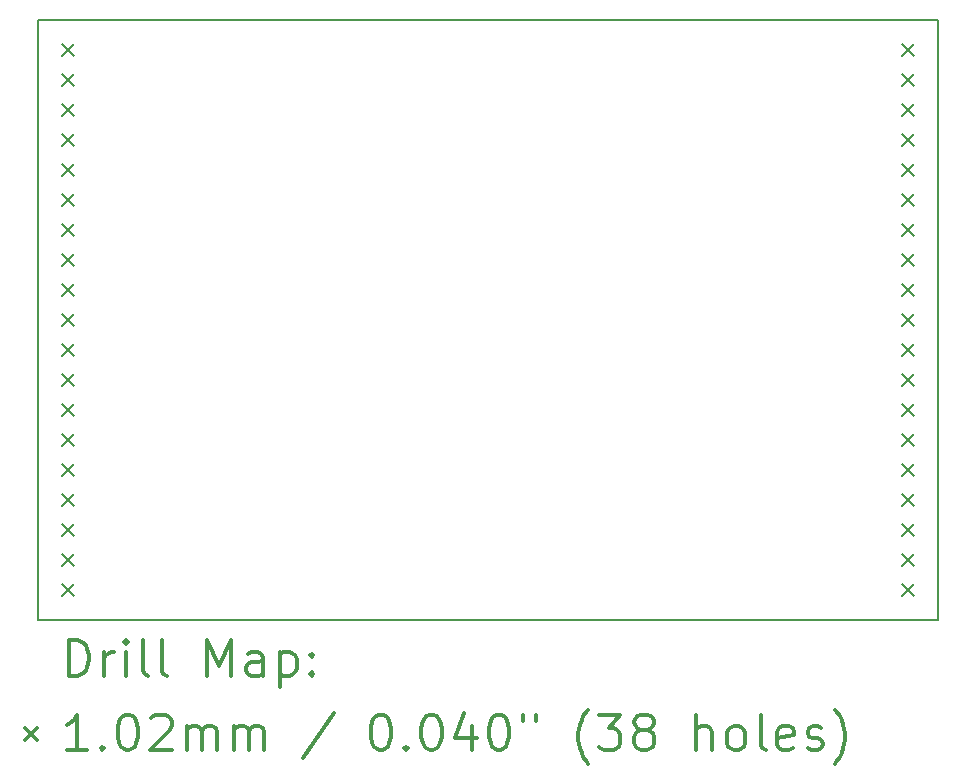
<source format=gbr>
%FSLAX45Y45*%
G04 Gerber Fmt 4.5, Leading zero omitted, Abs format (unit mm)*
G04 Created by KiCad (PCBNEW 4.0.3+e1-6302~38~ubuntu16.04.1-stable) date Thu Aug 25 12:15:36 2016*
%MOMM*%
%LPD*%
G01*
G04 APERTURE LIST*
%ADD10C,0.127000*%
%ADD11C,0.150000*%
%ADD12C,0.200000*%
%ADD13C,0.300000*%
G04 APERTURE END LIST*
D10*
D11*
X18161000Y-15367000D02*
X16891000Y-15367000D01*
X18161000Y-10287000D02*
X18161000Y-15367000D01*
X10541000Y-10287000D02*
X18161000Y-10287000D01*
X10541000Y-15367000D02*
X16891000Y-15367000D01*
X10541000Y-10287000D02*
X10541000Y-15367000D01*
D12*
X10744200Y-10490200D02*
X10845800Y-10591800D01*
X10845800Y-10490200D02*
X10744200Y-10591800D01*
X10744200Y-10744200D02*
X10845800Y-10845800D01*
X10845800Y-10744200D02*
X10744200Y-10845800D01*
X10744200Y-10998200D02*
X10845800Y-11099800D01*
X10845800Y-10998200D02*
X10744200Y-11099800D01*
X10744200Y-11252200D02*
X10845800Y-11353800D01*
X10845800Y-11252200D02*
X10744200Y-11353800D01*
X10744200Y-11506200D02*
X10845800Y-11607800D01*
X10845800Y-11506200D02*
X10744200Y-11607800D01*
X10744200Y-11760200D02*
X10845800Y-11861800D01*
X10845800Y-11760200D02*
X10744200Y-11861800D01*
X10744200Y-12014200D02*
X10845800Y-12115800D01*
X10845800Y-12014200D02*
X10744200Y-12115800D01*
X10744200Y-12268200D02*
X10845800Y-12369800D01*
X10845800Y-12268200D02*
X10744200Y-12369800D01*
X10744200Y-12522200D02*
X10845800Y-12623800D01*
X10845800Y-12522200D02*
X10744200Y-12623800D01*
X10744200Y-12776200D02*
X10845800Y-12877800D01*
X10845800Y-12776200D02*
X10744200Y-12877800D01*
X10744200Y-13030200D02*
X10845800Y-13131800D01*
X10845800Y-13030200D02*
X10744200Y-13131800D01*
X10744200Y-13284200D02*
X10845800Y-13385800D01*
X10845800Y-13284200D02*
X10744200Y-13385800D01*
X10744200Y-13538200D02*
X10845800Y-13639800D01*
X10845800Y-13538200D02*
X10744200Y-13639800D01*
X10744200Y-13792200D02*
X10845800Y-13893800D01*
X10845800Y-13792200D02*
X10744200Y-13893800D01*
X10744200Y-14046200D02*
X10845800Y-14147800D01*
X10845800Y-14046200D02*
X10744200Y-14147800D01*
X10744200Y-14300200D02*
X10845800Y-14401800D01*
X10845800Y-14300200D02*
X10744200Y-14401800D01*
X10744200Y-14554200D02*
X10845800Y-14655800D01*
X10845800Y-14554200D02*
X10744200Y-14655800D01*
X10744200Y-14808200D02*
X10845800Y-14909800D01*
X10845800Y-14808200D02*
X10744200Y-14909800D01*
X10744200Y-15062200D02*
X10845800Y-15163800D01*
X10845800Y-15062200D02*
X10744200Y-15163800D01*
X17856200Y-10490200D02*
X17957800Y-10591800D01*
X17957800Y-10490200D02*
X17856200Y-10591800D01*
X17856200Y-10744200D02*
X17957800Y-10845800D01*
X17957800Y-10744200D02*
X17856200Y-10845800D01*
X17856200Y-10998200D02*
X17957800Y-11099800D01*
X17957800Y-10998200D02*
X17856200Y-11099800D01*
X17856200Y-11252200D02*
X17957800Y-11353800D01*
X17957800Y-11252200D02*
X17856200Y-11353800D01*
X17856200Y-11506200D02*
X17957800Y-11607800D01*
X17957800Y-11506200D02*
X17856200Y-11607800D01*
X17856200Y-11760200D02*
X17957800Y-11861800D01*
X17957800Y-11760200D02*
X17856200Y-11861800D01*
X17856200Y-12014200D02*
X17957800Y-12115800D01*
X17957800Y-12014200D02*
X17856200Y-12115800D01*
X17856200Y-12268200D02*
X17957800Y-12369800D01*
X17957800Y-12268200D02*
X17856200Y-12369800D01*
X17856200Y-12522200D02*
X17957800Y-12623800D01*
X17957800Y-12522200D02*
X17856200Y-12623800D01*
X17856200Y-12776200D02*
X17957800Y-12877800D01*
X17957800Y-12776200D02*
X17856200Y-12877800D01*
X17856200Y-13030200D02*
X17957800Y-13131800D01*
X17957800Y-13030200D02*
X17856200Y-13131800D01*
X17856200Y-13284200D02*
X17957800Y-13385800D01*
X17957800Y-13284200D02*
X17856200Y-13385800D01*
X17856200Y-13538200D02*
X17957800Y-13639800D01*
X17957800Y-13538200D02*
X17856200Y-13639800D01*
X17856200Y-13792200D02*
X17957800Y-13893800D01*
X17957800Y-13792200D02*
X17856200Y-13893800D01*
X17856200Y-14046200D02*
X17957800Y-14147800D01*
X17957800Y-14046200D02*
X17856200Y-14147800D01*
X17856200Y-14300200D02*
X17957800Y-14401800D01*
X17957800Y-14300200D02*
X17856200Y-14401800D01*
X17856200Y-14554200D02*
X17957800Y-14655800D01*
X17957800Y-14554200D02*
X17856200Y-14655800D01*
X17856200Y-14808200D02*
X17957800Y-14909800D01*
X17957800Y-14808200D02*
X17856200Y-14909800D01*
X17856200Y-15062200D02*
X17957800Y-15163800D01*
X17957800Y-15062200D02*
X17856200Y-15163800D01*
D13*
X10804929Y-15840214D02*
X10804929Y-15540214D01*
X10876357Y-15540214D01*
X10919214Y-15554500D01*
X10947786Y-15583071D01*
X10962071Y-15611643D01*
X10976357Y-15668786D01*
X10976357Y-15711643D01*
X10962071Y-15768786D01*
X10947786Y-15797357D01*
X10919214Y-15825929D01*
X10876357Y-15840214D01*
X10804929Y-15840214D01*
X11104929Y-15840214D02*
X11104929Y-15640214D01*
X11104929Y-15697357D02*
X11119214Y-15668786D01*
X11133500Y-15654500D01*
X11162071Y-15640214D01*
X11190643Y-15640214D01*
X11290643Y-15840214D02*
X11290643Y-15640214D01*
X11290643Y-15540214D02*
X11276357Y-15554500D01*
X11290643Y-15568786D01*
X11304928Y-15554500D01*
X11290643Y-15540214D01*
X11290643Y-15568786D01*
X11476357Y-15840214D02*
X11447786Y-15825929D01*
X11433500Y-15797357D01*
X11433500Y-15540214D01*
X11633500Y-15840214D02*
X11604928Y-15825929D01*
X11590643Y-15797357D01*
X11590643Y-15540214D01*
X11976357Y-15840214D02*
X11976357Y-15540214D01*
X12076357Y-15754500D01*
X12176357Y-15540214D01*
X12176357Y-15840214D01*
X12447786Y-15840214D02*
X12447786Y-15683071D01*
X12433500Y-15654500D01*
X12404928Y-15640214D01*
X12347786Y-15640214D01*
X12319214Y-15654500D01*
X12447786Y-15825929D02*
X12419214Y-15840214D01*
X12347786Y-15840214D01*
X12319214Y-15825929D01*
X12304928Y-15797357D01*
X12304928Y-15768786D01*
X12319214Y-15740214D01*
X12347786Y-15725929D01*
X12419214Y-15725929D01*
X12447786Y-15711643D01*
X12590643Y-15640214D02*
X12590643Y-15940214D01*
X12590643Y-15654500D02*
X12619214Y-15640214D01*
X12676357Y-15640214D01*
X12704928Y-15654500D01*
X12719214Y-15668786D01*
X12733500Y-15697357D01*
X12733500Y-15783071D01*
X12719214Y-15811643D01*
X12704928Y-15825929D01*
X12676357Y-15840214D01*
X12619214Y-15840214D01*
X12590643Y-15825929D01*
X12862071Y-15811643D02*
X12876357Y-15825929D01*
X12862071Y-15840214D01*
X12847786Y-15825929D01*
X12862071Y-15811643D01*
X12862071Y-15840214D01*
X12862071Y-15654500D02*
X12876357Y-15668786D01*
X12862071Y-15683071D01*
X12847786Y-15668786D01*
X12862071Y-15654500D01*
X12862071Y-15683071D01*
X10431900Y-16283700D02*
X10533500Y-16385300D01*
X10533500Y-16283700D02*
X10431900Y-16385300D01*
X10962071Y-16470214D02*
X10790643Y-16470214D01*
X10876357Y-16470214D02*
X10876357Y-16170214D01*
X10847786Y-16213071D01*
X10819214Y-16241643D01*
X10790643Y-16255929D01*
X11090643Y-16441643D02*
X11104929Y-16455929D01*
X11090643Y-16470214D01*
X11076357Y-16455929D01*
X11090643Y-16441643D01*
X11090643Y-16470214D01*
X11290643Y-16170214D02*
X11319214Y-16170214D01*
X11347786Y-16184500D01*
X11362071Y-16198786D01*
X11376357Y-16227357D01*
X11390643Y-16284500D01*
X11390643Y-16355929D01*
X11376357Y-16413071D01*
X11362071Y-16441643D01*
X11347786Y-16455929D01*
X11319214Y-16470214D01*
X11290643Y-16470214D01*
X11262071Y-16455929D01*
X11247786Y-16441643D01*
X11233500Y-16413071D01*
X11219214Y-16355929D01*
X11219214Y-16284500D01*
X11233500Y-16227357D01*
X11247786Y-16198786D01*
X11262071Y-16184500D01*
X11290643Y-16170214D01*
X11504928Y-16198786D02*
X11519214Y-16184500D01*
X11547786Y-16170214D01*
X11619214Y-16170214D01*
X11647786Y-16184500D01*
X11662071Y-16198786D01*
X11676357Y-16227357D01*
X11676357Y-16255929D01*
X11662071Y-16298786D01*
X11490643Y-16470214D01*
X11676357Y-16470214D01*
X11804928Y-16470214D02*
X11804928Y-16270214D01*
X11804928Y-16298786D02*
X11819214Y-16284500D01*
X11847786Y-16270214D01*
X11890643Y-16270214D01*
X11919214Y-16284500D01*
X11933500Y-16313071D01*
X11933500Y-16470214D01*
X11933500Y-16313071D02*
X11947786Y-16284500D01*
X11976357Y-16270214D01*
X12019214Y-16270214D01*
X12047786Y-16284500D01*
X12062071Y-16313071D01*
X12062071Y-16470214D01*
X12204928Y-16470214D02*
X12204928Y-16270214D01*
X12204928Y-16298786D02*
X12219214Y-16284500D01*
X12247786Y-16270214D01*
X12290643Y-16270214D01*
X12319214Y-16284500D01*
X12333500Y-16313071D01*
X12333500Y-16470214D01*
X12333500Y-16313071D02*
X12347786Y-16284500D01*
X12376357Y-16270214D01*
X12419214Y-16270214D01*
X12447786Y-16284500D01*
X12462071Y-16313071D01*
X12462071Y-16470214D01*
X13047786Y-16155929D02*
X12790643Y-16541643D01*
X13433500Y-16170214D02*
X13462071Y-16170214D01*
X13490643Y-16184500D01*
X13504928Y-16198786D01*
X13519214Y-16227357D01*
X13533500Y-16284500D01*
X13533500Y-16355929D01*
X13519214Y-16413071D01*
X13504928Y-16441643D01*
X13490643Y-16455929D01*
X13462071Y-16470214D01*
X13433500Y-16470214D01*
X13404928Y-16455929D01*
X13390643Y-16441643D01*
X13376357Y-16413071D01*
X13362071Y-16355929D01*
X13362071Y-16284500D01*
X13376357Y-16227357D01*
X13390643Y-16198786D01*
X13404928Y-16184500D01*
X13433500Y-16170214D01*
X13662071Y-16441643D02*
X13676357Y-16455929D01*
X13662071Y-16470214D01*
X13647786Y-16455929D01*
X13662071Y-16441643D01*
X13662071Y-16470214D01*
X13862071Y-16170214D02*
X13890643Y-16170214D01*
X13919214Y-16184500D01*
X13933500Y-16198786D01*
X13947785Y-16227357D01*
X13962071Y-16284500D01*
X13962071Y-16355929D01*
X13947785Y-16413071D01*
X13933500Y-16441643D01*
X13919214Y-16455929D01*
X13890643Y-16470214D01*
X13862071Y-16470214D01*
X13833500Y-16455929D01*
X13819214Y-16441643D01*
X13804928Y-16413071D01*
X13790643Y-16355929D01*
X13790643Y-16284500D01*
X13804928Y-16227357D01*
X13819214Y-16198786D01*
X13833500Y-16184500D01*
X13862071Y-16170214D01*
X14219214Y-16270214D02*
X14219214Y-16470214D01*
X14147785Y-16155929D02*
X14076357Y-16370214D01*
X14262071Y-16370214D01*
X14433500Y-16170214D02*
X14462071Y-16170214D01*
X14490643Y-16184500D01*
X14504928Y-16198786D01*
X14519214Y-16227357D01*
X14533500Y-16284500D01*
X14533500Y-16355929D01*
X14519214Y-16413071D01*
X14504928Y-16441643D01*
X14490643Y-16455929D01*
X14462071Y-16470214D01*
X14433500Y-16470214D01*
X14404928Y-16455929D01*
X14390643Y-16441643D01*
X14376357Y-16413071D01*
X14362071Y-16355929D01*
X14362071Y-16284500D01*
X14376357Y-16227357D01*
X14390643Y-16198786D01*
X14404928Y-16184500D01*
X14433500Y-16170214D01*
X14647786Y-16170214D02*
X14647786Y-16227357D01*
X14762071Y-16170214D02*
X14762071Y-16227357D01*
X15204928Y-16584500D02*
X15190643Y-16570214D01*
X15162071Y-16527357D01*
X15147785Y-16498786D01*
X15133500Y-16455929D01*
X15119214Y-16384500D01*
X15119214Y-16327357D01*
X15133500Y-16255929D01*
X15147785Y-16213071D01*
X15162071Y-16184500D01*
X15190643Y-16141643D01*
X15204928Y-16127357D01*
X15290643Y-16170214D02*
X15476357Y-16170214D01*
X15376357Y-16284500D01*
X15419214Y-16284500D01*
X15447785Y-16298786D01*
X15462071Y-16313071D01*
X15476357Y-16341643D01*
X15476357Y-16413071D01*
X15462071Y-16441643D01*
X15447785Y-16455929D01*
X15419214Y-16470214D01*
X15333500Y-16470214D01*
X15304928Y-16455929D01*
X15290643Y-16441643D01*
X15647785Y-16298786D02*
X15619214Y-16284500D01*
X15604928Y-16270214D01*
X15590643Y-16241643D01*
X15590643Y-16227357D01*
X15604928Y-16198786D01*
X15619214Y-16184500D01*
X15647785Y-16170214D01*
X15704928Y-16170214D01*
X15733500Y-16184500D01*
X15747785Y-16198786D01*
X15762071Y-16227357D01*
X15762071Y-16241643D01*
X15747785Y-16270214D01*
X15733500Y-16284500D01*
X15704928Y-16298786D01*
X15647785Y-16298786D01*
X15619214Y-16313071D01*
X15604928Y-16327357D01*
X15590643Y-16355929D01*
X15590643Y-16413071D01*
X15604928Y-16441643D01*
X15619214Y-16455929D01*
X15647785Y-16470214D01*
X15704928Y-16470214D01*
X15733500Y-16455929D01*
X15747785Y-16441643D01*
X15762071Y-16413071D01*
X15762071Y-16355929D01*
X15747785Y-16327357D01*
X15733500Y-16313071D01*
X15704928Y-16298786D01*
X16119214Y-16470214D02*
X16119214Y-16170214D01*
X16247785Y-16470214D02*
X16247785Y-16313071D01*
X16233500Y-16284500D01*
X16204928Y-16270214D01*
X16162071Y-16270214D01*
X16133500Y-16284500D01*
X16119214Y-16298786D01*
X16433500Y-16470214D02*
X16404928Y-16455929D01*
X16390643Y-16441643D01*
X16376357Y-16413071D01*
X16376357Y-16327357D01*
X16390643Y-16298786D01*
X16404928Y-16284500D01*
X16433500Y-16270214D01*
X16476357Y-16270214D01*
X16504928Y-16284500D01*
X16519214Y-16298786D01*
X16533500Y-16327357D01*
X16533500Y-16413071D01*
X16519214Y-16441643D01*
X16504928Y-16455929D01*
X16476357Y-16470214D01*
X16433500Y-16470214D01*
X16704928Y-16470214D02*
X16676357Y-16455929D01*
X16662071Y-16427357D01*
X16662071Y-16170214D01*
X16933500Y-16455929D02*
X16904929Y-16470214D01*
X16847786Y-16470214D01*
X16819214Y-16455929D01*
X16804929Y-16427357D01*
X16804929Y-16313071D01*
X16819214Y-16284500D01*
X16847786Y-16270214D01*
X16904929Y-16270214D01*
X16933500Y-16284500D01*
X16947786Y-16313071D01*
X16947786Y-16341643D01*
X16804929Y-16370214D01*
X17062071Y-16455929D02*
X17090643Y-16470214D01*
X17147786Y-16470214D01*
X17176357Y-16455929D01*
X17190643Y-16427357D01*
X17190643Y-16413071D01*
X17176357Y-16384500D01*
X17147786Y-16370214D01*
X17104929Y-16370214D01*
X17076357Y-16355929D01*
X17062071Y-16327357D01*
X17062071Y-16313071D01*
X17076357Y-16284500D01*
X17104929Y-16270214D01*
X17147786Y-16270214D01*
X17176357Y-16284500D01*
X17290643Y-16584500D02*
X17304929Y-16570214D01*
X17333500Y-16527357D01*
X17347786Y-16498786D01*
X17362071Y-16455929D01*
X17376357Y-16384500D01*
X17376357Y-16327357D01*
X17362071Y-16255929D01*
X17347786Y-16213071D01*
X17333500Y-16184500D01*
X17304929Y-16141643D01*
X17290643Y-16127357D01*
M02*

</source>
